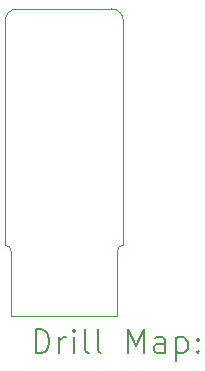
<source format=gbr>
%TF.GenerationSoftware,KiCad,Pcbnew,8.0.3*%
%TF.CreationDate,2024-07-24T17:03:47+02:00*%
%TF.ProjectId,T10_LED_lamp,5431305f-4c45-4445-9f6c-616d702e6b69,rev?*%
%TF.SameCoordinates,Original*%
%TF.FileFunction,Drillmap*%
%TF.FilePolarity,Positive*%
%FSLAX45Y45*%
G04 Gerber Fmt 4.5, Leading zero omitted, Abs format (unit mm)*
G04 Created by KiCad (PCBNEW 8.0.3) date 2024-07-24 17:03:47*
%MOMM*%
%LPD*%
G01*
G04 APERTURE LIST*
%ADD10C,0.050000*%
%ADD11C,0.200000*%
G04 APERTURE END LIST*
D10*
X10050000Y-7450000D02*
X10050000Y-8000000D01*
X10100000Y-5400000D02*
X10900000Y-5400000D01*
X10950000Y-7450000D02*
G75*
G02*
X11000000Y-7400000I50000J0D01*
G01*
X10900350Y-5399650D02*
G75*
G02*
X11000350Y-5499650I-350J-100350D01*
G01*
X11000000Y-5500000D02*
X11000000Y-7400000D01*
X10000000Y-7400000D02*
X10000000Y-5500000D01*
X10950000Y-7450000D02*
X10950000Y-8000000D01*
X10000000Y-5500000D02*
G75*
G02*
X10100000Y-5400000I100000J0D01*
G01*
X10950000Y-8000000D02*
X10050000Y-8000000D01*
X10000000Y-7400000D02*
G75*
G02*
X10050000Y-7450000I0J-50000D01*
G01*
D11*
X10258277Y-8313984D02*
X10258277Y-8113984D01*
X10258277Y-8113984D02*
X10305896Y-8113984D01*
X10305896Y-8113984D02*
X10334467Y-8123508D01*
X10334467Y-8123508D02*
X10353515Y-8142555D01*
X10353515Y-8142555D02*
X10363039Y-8161603D01*
X10363039Y-8161603D02*
X10372563Y-8199698D01*
X10372563Y-8199698D02*
X10372563Y-8228269D01*
X10372563Y-8228269D02*
X10363039Y-8266365D01*
X10363039Y-8266365D02*
X10353515Y-8285412D01*
X10353515Y-8285412D02*
X10334467Y-8304460D01*
X10334467Y-8304460D02*
X10305896Y-8313984D01*
X10305896Y-8313984D02*
X10258277Y-8313984D01*
X10458277Y-8313984D02*
X10458277Y-8180650D01*
X10458277Y-8218746D02*
X10467801Y-8199698D01*
X10467801Y-8199698D02*
X10477324Y-8190174D01*
X10477324Y-8190174D02*
X10496372Y-8180650D01*
X10496372Y-8180650D02*
X10515420Y-8180650D01*
X10582086Y-8313984D02*
X10582086Y-8180650D01*
X10582086Y-8113984D02*
X10572563Y-8123508D01*
X10572563Y-8123508D02*
X10582086Y-8133031D01*
X10582086Y-8133031D02*
X10591610Y-8123508D01*
X10591610Y-8123508D02*
X10582086Y-8113984D01*
X10582086Y-8113984D02*
X10582086Y-8133031D01*
X10705896Y-8313984D02*
X10686848Y-8304460D01*
X10686848Y-8304460D02*
X10677324Y-8285412D01*
X10677324Y-8285412D02*
X10677324Y-8113984D01*
X10810658Y-8313984D02*
X10791610Y-8304460D01*
X10791610Y-8304460D02*
X10782086Y-8285412D01*
X10782086Y-8285412D02*
X10782086Y-8113984D01*
X11039229Y-8313984D02*
X11039229Y-8113984D01*
X11039229Y-8113984D02*
X11105896Y-8256841D01*
X11105896Y-8256841D02*
X11172563Y-8113984D01*
X11172563Y-8113984D02*
X11172563Y-8313984D01*
X11353515Y-8313984D02*
X11353515Y-8209222D01*
X11353515Y-8209222D02*
X11343991Y-8190174D01*
X11343991Y-8190174D02*
X11324943Y-8180650D01*
X11324943Y-8180650D02*
X11286848Y-8180650D01*
X11286848Y-8180650D02*
X11267801Y-8190174D01*
X11353515Y-8304460D02*
X11334467Y-8313984D01*
X11334467Y-8313984D02*
X11286848Y-8313984D01*
X11286848Y-8313984D02*
X11267801Y-8304460D01*
X11267801Y-8304460D02*
X11258277Y-8285412D01*
X11258277Y-8285412D02*
X11258277Y-8266365D01*
X11258277Y-8266365D02*
X11267801Y-8247317D01*
X11267801Y-8247317D02*
X11286848Y-8237793D01*
X11286848Y-8237793D02*
X11334467Y-8237793D01*
X11334467Y-8237793D02*
X11353515Y-8228269D01*
X11448753Y-8180650D02*
X11448753Y-8380650D01*
X11448753Y-8190174D02*
X11467801Y-8180650D01*
X11467801Y-8180650D02*
X11505896Y-8180650D01*
X11505896Y-8180650D02*
X11524943Y-8190174D01*
X11524943Y-8190174D02*
X11534467Y-8199698D01*
X11534467Y-8199698D02*
X11543991Y-8218746D01*
X11543991Y-8218746D02*
X11543991Y-8275888D01*
X11543991Y-8275888D02*
X11534467Y-8294936D01*
X11534467Y-8294936D02*
X11524943Y-8304460D01*
X11524943Y-8304460D02*
X11505896Y-8313984D01*
X11505896Y-8313984D02*
X11467801Y-8313984D01*
X11467801Y-8313984D02*
X11448753Y-8304460D01*
X11629705Y-8294936D02*
X11639229Y-8304460D01*
X11639229Y-8304460D02*
X11629705Y-8313984D01*
X11629705Y-8313984D02*
X11620182Y-8304460D01*
X11620182Y-8304460D02*
X11629705Y-8294936D01*
X11629705Y-8294936D02*
X11629705Y-8313984D01*
X11629705Y-8190174D02*
X11639229Y-8199698D01*
X11639229Y-8199698D02*
X11629705Y-8209222D01*
X11629705Y-8209222D02*
X11620182Y-8199698D01*
X11620182Y-8199698D02*
X11629705Y-8190174D01*
X11629705Y-8190174D02*
X11629705Y-8209222D01*
M02*

</source>
